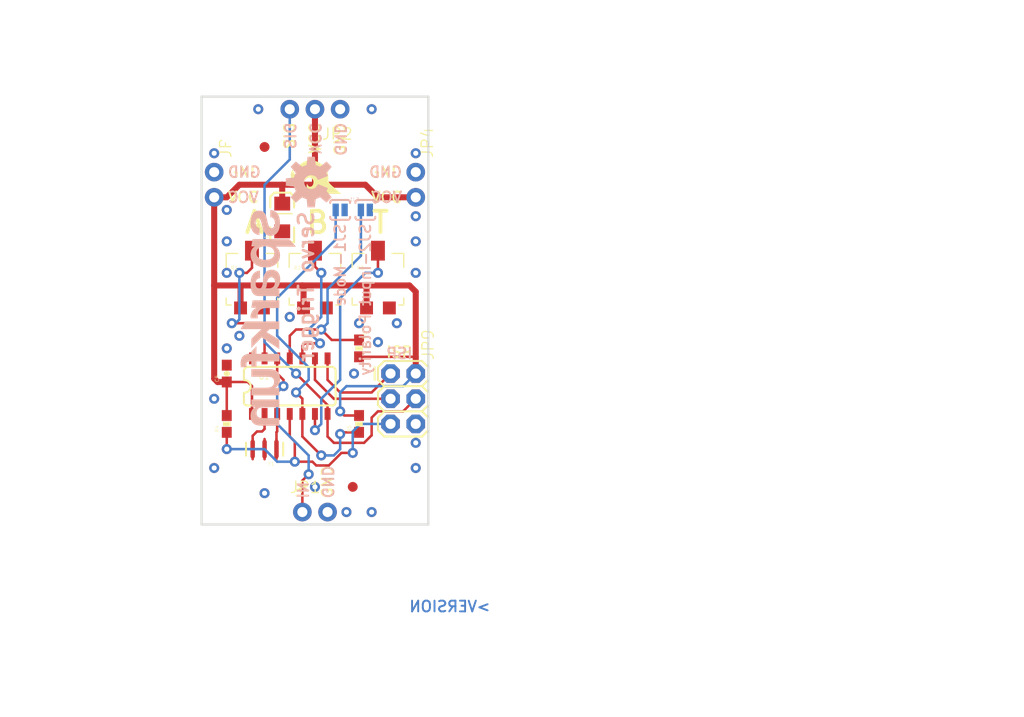
<source format=kicad_pcb>
(kicad_pcb (version 20211014) (generator pcbnew)
  (layers (0 "F.Cu" signal) (31 "B.Cu" signal) (34 "B.Paste" user) (35 "F.Paste" user) (36 "B.SilkS" user "B.Silkscreen") (37 "F.SilkS" user "F.Silkscreen") (38 "B.Mask" user) (39 "F.Mask" user) (44 "Edge.Cuts" user))
  (net 0 "")
  (net 1 "VCC")
  (net 2 "GND")
  (net 3 "MOSI/PWM")
  (net 4 "MISO")
  (net 5 "SCK")
  (net 6 "RESET")
  (net 7 "N$3")
  (net 8 "N$4")
  (net 9 "T")
  (net 10 "B")
  (net 11 "A")
  (net 12 "BTN")
  (net 13 "MODESEL")
  (net 14 "POLSEL")
  (footprint "boardEagle:SO14" (layer "F.Cu") (at 145.9611 112.6316)
    (fp_text reference "U1" (at -3.175 -0.635) (layer "F.SilkS") (effects (font (size 0.54864 0.54864) (thickness 0.06096)) (justify left bottom)))
    (fp_text value "ATTINY84")
    (pad "1" smd rect (at -3.81 2.8) (size 0.6 1.2) (layers "F.Cu" "F.Paste" "F.Mask") (net 1 "VCC"))
    (pad "2" smd rect (at -2.54 2.8) (size 0.6 1.2) (layers "F.Cu" "F.Paste" "F.Mask") (net 8 "N$4"))
    (pad "3" smd rect (at -1.27 2.8) (size 0.6 1.2) (layers "F.Cu" "F.Paste" "F.Mask") (net 7 "N$3"))
    (pad "4" smd rect (at 0 2.8) (size 0.6 1.2) (layers "F.Cu" "F.Paste" "F.Mask") (net 6 "RESET"))
    (pad "5" smd rect (at 1.27 2.8) (size 0.6 1.2) (layers "F.Cu" "F.Paste" "F.Mask") (net 13 "MODESEL"))
    (pad "6" smd rect (at 2.54 2.8) (size 0.6 1.2) (layers "F.Cu" "F.Paste" "F.Mask") (net 9 "T"))
    (pad "7" smd rect (at 3.81 2.8) (size 0.6 1.2) (layers "F.Cu" "F.Paste" "F.Mask") (net 3 "MOSI/PWM"))
    (pad "8" smd rect (at 3.81 -2.8) (size 0.6 1.2) (layers "F.Cu" "F.Paste" "F.Mask") (net 4 "MISO"))
    (pad "9" smd rect (at 2.54 -2.8) (size 0.6 1.2) (layers "F.Cu" "F.Paste" "F.Mask") (net 5 "SCK"))
    (pad "10" smd rect (at 1.27 -2.8) (size 0.6 1.2) (layers "F.Cu" "F.Paste" "F.Mask") (net 10 "B"))
    (pad "11" smd rect (at 0 -2.8) (size 0.6 1.2) (layers "F.Cu" "F.Paste" "F.Mask") (net 14 "POLSEL"))
    (pad "12" smd rect (at -1.27 -2.8) (size 0.6 1.2) (layers "F.Cu" "F.Paste" "F.Mask") (net 12 "BTN"))
    (pad "13" smd rect (at -2.54 -2.8) (size 0.6 1.2) (layers "F.Cu" "F.Paste" "F.Mask") (net 11 "A"))
    (pad "14" smd rect (at -3.81 -2.8) (size 0.6 1.2) (layers "F.Cu" "F.Paste" "F.Mask") (net 2 "GND"))
  )
  (footprint "boardEagle:1X02_NO_SILK" (layer "F.Cu") (at 158.6611 91.0416 -90)
    (fp_text reference "JP4" (at -1.3462 -1.8288 -90) (layer "F.SilkS") (effects (font (size 1.143 1.143) (thickness 0.127)) (justify left bottom)))
    (fp_text value "M021X02_NO_SILK")
    (pad "1" thru_hole circle (at 0 0) (size 1.8796 1.8796) (drill 1.016) (layers *.Cu *.Mask) (net 2 "GND"))
    (pad "2" thru_hole circle (at 2.54 0) (size 1.8796 1.8796) (drill 1.016) (layers *.Cu *.Mask) (net 1 "VCC"))
  )
  (footprint "boardEagle:1X03_NO_SILK" (layer "F.Cu") (at 151.0411 84.6916 180)
    (fp_text reference "JP2" (at -1.3462 -1.8288 180) (layer "F.SilkS") (effects (font (size 1.143 1.143) (thickness 0.127)) (justify right top)))
    (fp_text value "SERVO-OUT")
    (pad "1" thru_hole circle (at 0 0 270) (size 1.8796 1.8796) (drill 1.016) (layers *.Cu *.Mask) (net 2 "GND"))
    (pad "2" thru_hole circle (at 2.54 0 270) (size 1.8796 1.8796) (drill 1.016) (layers *.Cu *.Mask) (net 1 "VCC"))
    (pad "3" thru_hole circle (at 5.08 0 270) (size 1.8796 1.8796) (drill 1.016) (layers *.Cu *.Mask) (net 3 "MOSI/PWM"))
  )
  (footprint "boardEagle:SFE_LOGO_FLAME_.2" (layer "F.Cu") (at 151.4221 93.5816 90)
    (fp_text reference "LOGO3" hide)
    (fp_text value "SFE_LOGO_FLAME.2_INCH" hide)
  )
  (footprint "boardEagle:FIDUCIAL-1X2" (layer "F.Cu") (at 143.4211 88.5016)
    (fp_text reference "FID1" hide)
    (fp_text value "FIDUCIAL1X2" hide)
    (pad "1" smd roundrect (at 0 0) (size 1 1) (layers "F.Cu" "F.Mask") (roundrect_rratio 0.5))
  )
  (footprint "boardEagle:CREATIVE_COMMONS" (layer "F.Cu") (at 137.0711 145.6516)
    (fp_text reference "FRAME1" hide)
    (fp_text value "" hide)
    (fp_text user ">VERSION" (at 29.21 -10.16) (layer "B.Cu") (effects (font (size 1.0795 1.0795) (thickness 0.1905)) (justify left bottom mirror)))
  )
  (footprint "boardEagle:STAND-OFF" (layer "F.Cu") (at 156.7561 86.5966)
    (fp_text reference "STANDOFF4" hide)
    (fp_text value "STAND-OFF" hide)
    (pad "" np_thru_hole circle (at 0 0) (size 3.302 3.302) (drill 3.302) (layers *.Cu *.Mask))
  )
  (footprint "boardEagle:EIA3216" (layer "F.Cu") (at 145.1991 95.6136 90)
    (fp_text reference "C1" (at -2.54 -1.381 90) (layer "F.SilkS") (effects (font (size 0.373888 0.373888) (thickness 0.032512)) (justify left bottom)))
    (fp_text value "10uF")
    (pad "A" smd rect (at 1.4 0 180) (size 1.6 1.4) (layers "F.Cu" "F.Paste" "F.Mask") (net 1 "VCC"))
    (pad "C" smd rect (at -1.4 0 180) (size 1.6 1.4) (layers "F.Cu" "F.Paste" "F.Mask") (net 2 "GND"))
  )
  (footprint "boardEagle:2X3" (layer "F.Cu") (at 156.1211 111.3616 -90)
    (fp_text reference "JP9" (at -1.27 -4.445 -90) (layer "F.SilkS") (effects (font (size 1.143 1.143) (thickness 0.127)) (justify left bottom)))
    (fp_text value "")
    (pad "1" thru_hole roundrect (at 0 0 270) (size 1.8796 1.8796) (drill 1.016) (layers *.Cu *.Mask) (chamfer_ratio 0.2928932188) (chamfer top_left top_right bottom_left bottom_right) (net 4 "MISO"))
    (pad "2" thru_hole roundrect (at 0 -2.54 270) (size 1.8796 1.8796) (drill 1.016) (layers *.Cu *.Mask) (chamfer_ratio 0.2928932188) (chamfer top_left top_right bottom_left bottom_right) (net 1 "VCC"))
    (pad "3" thru_hole roundrect (at 2.54 0 270) (size 1.8796 1.8796) (drill 1.016) (layers *.Cu *.Mask) (chamfer_ratio 0.2928932188) (chamfer top_left top_right bottom_left bottom_right) (net 5 "SCK"))
    (pad "4" thru_hole roundrect (at 2.54 -2.54 270) (size 1.8796 1.8796) (drill 1.016) (layers *.Cu *.Mask) (chamfer_ratio 0.2928932188) (chamfer top_left top_right bottom_left bottom_right) (net 3 "MOSI/PWM"))
    (pad "5" thru_hole roundrect (at 5.08 0 270) (size 1.8796 1.8796) (drill 1.016) (layers *.Cu *.Mask) (chamfer_ratio 0.2928932188) (chamfer top_left top_right bottom_left bottom_right) (net 6 "RESET"))
    (pad "6" thru_hole roundrect (at 5.08 -2.54 270) (size 1.8796 1.8796) (drill 1.016) (layers *.Cu *.Mask) (chamfer_ratio 0.2928932188) (chamfer top_left top_right bottom_left bottom_right) (net 2 "GND"))
  )
  (footprint "boardEagle:0603-CAP" (layer "F.Cu") (at 139.6111 111.3616 90)
    (fp_text reference "C5" (at -0.889 -0.762 90) (layer "F.SilkS") (effects (font (size 0.373888 0.373888) (thickness 0.032512)) (justify left bottom)))
    (fp_text value "0.1uF")
    (pad "1" smd rect (at -0.85 0 90) (size 1.1 1) (layers "F.Cu" "F.Paste" "F.Mask") (net 1 "VCC"))
    (pad "2" smd rect (at 0.85 0 90) (size 1.1 1) (layers "F.Cu" "F.Paste" "F.Mask") (net 2 "GND"))
  )
  (footprint "boardEagle:FIDUCIAL-1X2" (layer "F.Cu") (at 152.3111 122.7916)
    (fp_text reference "FID2" hide)
    (fp_text value "FIDUCIAL1X2" hide)
    (pad "1" smd roundrect (at 0 0) (size 1 1) (layers "F.Cu" "F.Mask") (roundrect_rratio 0.5))
  )
  (footprint "boardEagle:STAND-OFF" (layer "F.Cu") (at 140.2461 86.5966)
    (fp_text reference "STANDOFF3" hide)
    (fp_text value "STAND-OFF" hide)
    (pad "" np_thru_hole circle (at 0 0) (size 3.302 3.302) (drill 3.302) (layers *.Cu *.Mask))
  )
  (footprint "boardEagle:0603-RES" (layer "F.Cu") (at 152.9461 116.4416 90)
    (fp_text reference "R5" (at -0.889 -0.762 90) (layer "F.SilkS") (effects (font (size 0.373888 0.373888) (thickness 0.032512)) (justify left bottom)))
    (fp_text value "10K")
    (pad "1" smd rect (at -0.85 0 90) (size 1.1 1) (layers "F.Cu" "F.Paste" "F.Mask") (net 13 "MODESEL"))
    (pad "2" smd rect (at 0.85 0 90) (size 1.1 1) (layers "F.Cu" "F.Paste" "F.Mask") (net 1 "VCC"))
  )
  (footprint "boardEagle:STAND-OFF" (layer "F.Cu") (at 140.2461 123.4266)
    (fp_text reference "STANDOFF1" hide)
    (fp_text value "STAND-OFF" hide)
    (pad "" np_thru_hole circle (at 0 0) (size 3.302 3.302) (drill 3.302) (layers *.Cu *.Mask))
  )
  (footprint "boardEagle:1X02_NO_SILK" (layer "F.Cu") (at 147.2311 125.3316)
    (fp_text reference "JP1" (at -1.3462 -1.8288) (layer "F.SilkS") (effects (font (size 1.143 1.143) (thickness 0.127)) (justify left bottom)))
    (fp_text value "M021X02_NO_SILK")
    (pad "1" thru_hole circle (at 0 0 90) (size 1.8796 1.8796) (drill 1.016) (layers *.Cu *.Mask) (net 12 "BTN"))
    (pad "2" thru_hole circle (at 2.54 0 90) (size 1.8796 1.8796) (drill 1.016) (layers *.Cu *.Mask) (net 2 "GND"))
  )
  (footprint "boardEagle:RESONATOR-SMD" (layer "F.Cu") (at 143.4211 118.9816 180)
    (fp_text reference "Y1" (at -1.016 -1.27 180) (layer "F.SilkS") (effects (font (size 0.373888 0.373888) (thickness 0.032512)) (justify right top)))
    (fp_text value "16MHZ")
    (fp_line (start 0 0) (end 0 1.016) (layer "F.Cu") (width 0.254))
    (fp_line (start 0 0) (end 0 -1.016) (layer "F.Cu") (width 0.254))
    (fp_line (start 1.2 0) (end 1.2 1.016) (layer "F.Cu") (width 0.254))
    (fp_line (start 1.2 0) (end 1.2 -1.016) (layer "F.Cu") (width 0.254))
    (fp_line (start -1.2 0) (end -1.2 -1.016) (layer "F.Cu") (width 0.254))
    (fp_line (start -1.2 1.016) (end -1.2 0) (layer "F.Cu") (width 0.254))
    (pad "1" smd roundrect (at -1.2 0 180) (size 0.45 1.905) (layers "F.Cu" "F.Paste" "F.Mask") (roundrect_rratio 0.5) (net 7 "N$3"))
    (pad "2" smd roundrect (at 0 0 180) (size 0.45 1.905) (layers "F.Cu" "F.Paste" "F.Mask") (roundrect_rratio 0.5) (net 2 "GND"))
    (pad "3" smd roundrect (at 1.2 0 180) (size 0.45 1.905) (layers "F.Cu" "F.Paste" "F.Mask") (roundrect_rratio 0.5) (net 8 "N$4"))
  )
  (footprint "boardEagle:TRIMPOT_5MM" (layer "F.Cu") (at 154.8511 102.2016)
    (fp_text reference "R3" (at -2.159 -1.27) (layer "F.SilkS") (effects (font (size 0.373888 0.373888) (thickness 0.032512)) (justify left bottom)))
    (fp_text value "10k")
    (pad "A" smd rect (at 1.15 2.54) (size 1.3 1.3) (layers "F.Cu" "F.Paste" "F.Mask") (net 2 "GND"))
    (pad "B" smd rect (at 0 -3.2385 270) (size 2 1.4016) (layers "F.Cu" "F.Paste" "F.Mask") (net 9 "T"))
    (pad "C" smd rect (at -1.15 2.54) (size 1.3 1.3) (layers "F.Cu" "F.Paste" "F.Mask") (net 1 "VCC"))
  )
  (footprint "boardEagle:0603-RES" (layer "F.Cu") (at 139.6111 116.4416 90)
    (fp_text reference "R4" (at -0.889 -0.762 90) (layer "F.SilkS") (effects (font (size 0.373888 0.373888) (thickness 0.032512)) (justify left bottom)))
    (fp_text value "10K")
    (pad "1" smd rect (at -0.85 0 90) (size 1.1 1) (layers "F.Cu" "F.Paste" "F.Mask") (net 6 "RESET"))
    (pad "2" smd rect (at 0.85 0 90) (size 1.1 1) (layers "F.Cu" "F.Paste" "F.Mask") (net 1 "VCC"))
  )
  (footprint "boardEagle:1X02_NO_SILK" (layer "F.Cu") (at 138.3411 91.0416 -90)
    (fp_text reference "JP3" (at -1.3462 -1.8288 -90) (layer "F.SilkS") (effects (font (size 1.143 1.143) (thickness 0.127)) (justify left bottom)))
    (fp_text value "M021X02_NO_SILK")
    (pad "1" thru_hole circle (at 0 0) (size 1.8796 1.8796) (drill 1.016) (layers *.Cu *.Mask) (net 2 "GND"))
    (pad "2" thru_hole circle (at 2.54 0) (size 1.8796 1.8796) (drill 1.016) (layers *.Cu *.Mask) (net 1 "VCC"))
  )
  (footprint "boardEagle:TRIMPOT_5MM" (layer "F.Cu") (at 142.1511 102.2016)
    (fp_text reference "R1" (at -2.159 -1.27) (layer "F.SilkS") (effects (font (size 0.373888 0.373888) (thickness 0.032512)) (justify left bottom)))
    (fp_text value "10k")
    (pad "A" smd rect (at 1.15 2.54) (size 1.3 1.3) (layers "F.Cu" "F.Paste" "F.Mask") (net 2 "GND"))
    (pad "B" smd rect (at 0 -3.2385 270) (size 2 1.4016) (layers "F.Cu" "F.Paste" "F.Mask") (net 11 "A"))
    (pad "C" smd rect (at -1.15 2.54) (size 1.3 1.3) (layers "F.Cu" "F.Paste" "F.Mask") (net 1 "VCC"))
  )
  (footprint "boardEagle:STAND-OFF" (layer "F.Cu") (at 156.7561 123.4266)
    (fp_text reference "STANDOFF2" hide)
    (fp_text value "STAND-OFF" hide)
    (pad "" np_thru_hole circle (at 0 0) (size 3.302 3.302) (drill 3.302) (layers *.Cu *.Mask))
  )
  (footprint "boardEagle:TRIMPOT_5MM" (layer "F.Cu") (at 148.5011 102.2016)
    (fp_text reference "R2" (at -2.159 -1.27) (layer "F.SilkS") (effects (font (size 0.373888 0.373888) (thickness 0.032512)) (justify left bottom)))
    (fp_text value "10k")
    (pad "A" smd rect (at 1.15 2.54) (size 1.3 1.3) (layers "F.Cu" "F.Paste" "F.Mask") (net 2 "GND"))
    (pad "B" smd rect (at 0 -3.2385 270) (size 2 1.4016) (layers "F.Cu" "F.Paste" "F.Mask") (net 10 "B"))
    (pad "C" smd rect (at -1.15 2.54) (size 1.3 1.3) (layers "F.Cu" "F.Paste" "F.Mask") (net 1 "VCC"))
  )
  (footprint "boardEagle:0603-RES" (layer "F.Cu") (at 152.9461 108.8216 -90)
    (fp_text reference "R6" (at -0.889 -0.762 -90) (layer "F.SilkS") (effects (font (size 0.373888 0.373888) (thickness 0.032512)) (justify left bottom)))
    (fp_text value "10K")
    (pad "1" smd rect (at -0.85 0 270) (size 1.1 1) (layers "F.Cu" "F.Paste" "F.Mask") (net 14 "POLSEL"))
    (pad "2" smd rect (at 0.85 0 270) (size 1.1 1) (layers "F.Cu" "F.Paste" "F.Mask") (net 1 "VCC"))
  )
  (footprint "boardEagle:PAD-JUMPER-2-NO_YES_SILK" (layer "B.Cu") (at 153.5811 94.8516 180)
    (fp_text reference "SJ2" (at -0.908 1.27) (layer "B.SilkS") (effects (font (size 0.373888 0.373888) (thickness 0.032512)) (justify right top mirror)))
    (fp_text value "N.O.")
    (pad "1" smd rect (at -0.45 0 180) (size 0.635 1.27) (layers "B.Cu" "B.Mask") (net 2 "GND"))
    (pad "2" smd rect (at 0.45 0 180) (size 0.635 1.27) (layers "B.Cu" "B.Mask") (net 14 "POLSEL"))
  )
  (footprint "boardEagle:SFE_LOGO_NAME_.2" (layer "B.Cu") (at 146.5961 94.8516 -90)
    (fp_text reference "LOGO2" hide)
    (fp_text value "SFE_LOGO_NAME.2_INCH" hide)
  )
  (footprint "boardEagle:PAD.03X.04" (layer "B.Cu") (at 154.8511 101.2016 180)
    (fp_text reference "TP3" hide)
    (fp_text value "TEST-POINT3X4" hide)
    (pad "P$1" smd roundrect (at 0 0 180) (size 1.016 1.016) (layers "B.Cu" "B.Mask") (roundrect_rratio 0.5) (net 9 "T"))
  )
  (footprint "boardEagle:PAD.03X.04" (layer "B.Cu") (at 140.8811 101.2016 180)
    (fp_text reference "TP1" hide)
    (fp_text value "TEST-POINT3X4" hide)
    (pad "P$1" smd roundrect (at 0 0 180) (size 1.016 1.016) (layers "B.Cu" "B.Mask") (roundrect_rratio 0.5) (net 11 "A"))
  )
  (footprint "boardEagle:PAD-JUMPER-2-NO_YES_SILK" (layer "B.Cu") (at 151.0411 94.8516 180)
    (fp_text reference "SJ1" (at -0.908 1.27) (layer "B.SilkS") (effects (font (size 0.373888 0.373888) (thickness 0.032512)) (justify right top mirror)))
    (fp_text value "N.O.")
    (pad "1" smd rect (at -0.45 0 180) (size 0.635 1.27) (layers "B.Cu" "B.Mask") (net 2 "GND"))
    (pad "2" smd rect (at 0.45 0 180) (size 0.635 1.27) (layers "B.Cu" "B.Mask") (net 13 "MODESEL"))
  )
  (footprint "boardEagle:OSHW-LOGO-M" (layer "B.Cu") (at 148.1201 92.0416 -90)
    (fp_text reference "LOGO1" hide)
    (fp_text value "OSHW-LOGOM" hide)
  )
  (footprint "boardEagle:PAD.03X.04" (layer "B.Cu") (at 149.1361 101.2016 180)
    (fp_text reference "TP2" hide)
    (fp_text value "TEST-POINT3X4" hide)
    (pad "P$1" smd roundrect (at 0 0 180) (size 1.016 1.016) (layers "B.Cu" "B.Mask") (roundrect_rratio 0.5) (net 10 "B"))
  )
  (gr_line (start 137.0711 83.4216) (end 137.0711 126.5856) (layer "Edge.Cuts") (width 0.2032))
  (gr_line (start 159.9311 83.4216) (end 137.0711 83.4216) (layer "Edge.Cuts") (width 0.2032))
  (gr_line (start 137.0711 126.5856) (end 159.9311 126.5856) (layer "Edge.Cuts") (width 0.2032))
  (gr_line (start 159.9311 126.5856) (end 159.9311 83.4216) (layer "Edge.Cuts") (width 0.2032))
  (gr_text "SJ2-Input Polarity" (at 153.5811 96.1216 -270) (layer "B.SilkS") (effects (font (size 1.0795 1.0795) (thickness 0.1905)) (justify left mirror)))
  (gr_text "GND" (at 139.6111 91.0416) (layer "B.SilkS") (effects (font (size 1.0795 1.0795) (thickness 0.1905)) (justify right mirror)))
  (gr_text "SIG" (at 145.9611 85.9616 -90) (layer "B.SilkS") (effects (font (size 1.0795 1.0795) (thickness 0.1905)) (justify right mirror)))
  (gr_text "SJ1-Mode" (at 151.0411 96.1216 -270) (layer "B.SilkS") (effects (font (size 1.0795 1.0795) (thickness 0.1905)) (justify left mirror)))
  (gr_text "VCC" (at 139.6111 93.5816) (layer "B.SilkS") (effects (font (size 1.0795 1.0795) (thickness 0.1905)) (justify right mirror)))
  (gr_text "GND" (at 151.0411 85.9616 -90) (layer "B.SilkS") (effects (font (size 1.0795 1.0795) (thickness 0.1905)) (justify right mirror)))
  (gr_text "ISP" (at 157.0101 109.9646) (layer "B.SilkS") (effects (font (size 1.0795 1.0795) (thickness 0.1905)) (justify bottom mirror)))
  (gr_text "VCC" (at 157.3911 93.5816) (layer "B.SilkS") (effects (font (size 1.0795 1.0795) (thickness 0.1905)) (justify left mirror)))
  (gr_text "Servo Trigger" (at 148.5011 94.8516 -270) (layer "B.SilkS") (effects (font (size 1.5113 1.5113) (thickness 0.2667)) (justify left bottom mirror)))
  (gr_text "IN" (at 147.2311 124.0616 -90) (layer "B.SilkS") (effects (font (size 1.0795 1.0795) (thickness 0.1905)) (justify left mirror)))
  (gr_text "GND" (at 149.7711 124.0616 -90) (layer "B.SilkS") (effects (font (size 1.0795 1.0795) (thickness 0.1905)) (justify left mirror)))
  (gr_text "VCC" (at 148.5011 85.9616 -90) (layer "B.SilkS") (effects (font (size 1.0795 1.0795) (thickness 0.1905)) (justify right mirror)))
  (gr_text "GND" (at 157.3911 91.0416) (layer "B.SilkS") (effects (font (size 1.0795 1.0795) (thickness 0.1905)) (justify left mirror)))
  (gr_text "VCC" (at 139.6111 93.5816) (layer "F.SilkS") (effects (font (size 1.0795 1.0795) (thickness 0.1905)) (justify left)))
  (gr_text "A" (at 142.4051 97.3756) (layer "F.SilkS") (effects (font (size 2.159 2.159) (thickness 0.381)) (justify bottom)))
  (gr_text "B" (at 148.7551 97.3756) (layer "F.SilkS") (effects (font (size 2.159 2.159) (thickness 0.381)) (justify bottom)))
  (gr_text "GND" (at 149.7711 124.0616 90) (layer "F.SilkS") (effects (font (size 1.0795 1.0795) (thickness 0.1905)) (justify left)))
  (gr_text "SIG" (at 145.9611 85.9616 90) (layer "F.SilkS") (effects (font (size 1.0795 1.0795) (thickness 0.1905)) (justify right)))
  (gr_text "GND" (at 139.6111 91.0416) (layer "F.SilkS") (effects (font (size 1.0795 1.0795) (thickness 0.1905)) (justify left)))
  (gr_text "VCC" (at 148.5011 85.9616 90) (layer "F.SilkS") (effects (font (size 1.0795 1.0795) (thickness 0.1905)) (justify right)))
  (gr_text "IN" (at 147.2311 124.0616 90) (layer "F.SilkS") (effects (font (size 1.0795 1.0795) (thickness 0.1905)) (justify left)))
  (gr_text "VCC" (at 157.3911 93.5816) (layer "F.SilkS") (effects (font (size 1.0795 1.0795) (thickness 0.1905)) (justify right)))
  (gr_text "GND" (at 151.0411 85.9616 90) (layer "F.SilkS") (effects (font (size 1.0795 1.0795) (thickness 0.1905)) (justify right)))
  (gr_text "T" (at 155.1051 97.3756) (layer "F.SilkS") (effects (font (size 2.159 2.159) (thickness 0.381)) (justify bottom)))
  (gr_text "GND" (at 157.3911 91.0416) (layer "F.SilkS") (effects (font (size 1.0795 1.0795) (thickness 0.1905)) (justify right)))
  (gr_text "ISP" (at 157.0101 109.8376) (layer "F.SilkS") (effects (font (size 1.0795 1.0795) (thickness 0.1905)) (justify bottom)))
  (segment (start 139.6111 93.5816) (end 138.3411 93.5816) (width 0.6096) (layer "F.Cu") (net 1))
  (segment (start 140.8811 102.4716) (end 147.2311 102.4716) (width 0.6096) (layer "F.Cu") (net 1))
  (segment (start 158.6221 109.6716) (end 158.6611 109.7106) (width 0.254) (layer "F.Cu") (net 1))
  (segment (start 142.1511 115.4316) (end 142.1511 112.6316) (width 0.254) (layer "F.Cu") (net 1))
  (segment (start 152.9461 109.6716) (end 158.6221 109.6716) (width 0.254) (layer "F.Cu") (net 1))
  (segment (start 139.6111 112.2116) (end 141.7311 112.2116) (width 0.254) (layer "F.Cu") (net 1))
  (segment (start 138.3411 93.5816) (end 138.3411 102.4716) (width 0.6096) (layer "F.Cu") (net 1))
  (segment (start 153.7011 102.5916) (end 153.5811 102.4716) (width 0.6096) (layer "F.Cu") (net 1))
  (segment (start 153.7011 104.7416) (end 153.7011 102.5916) (width 0.6096) (layer "F.Cu") (net 1))
  (segment (start 153.5811 92.3116) (end 148.5011 92.3116) (width 0.6096) (layer "F.Cu") (net 1))
  (segment (start 138.3411 102.4716) (end 138.3411 111.8696) (width 0.6096) (layer "F.Cu") (net 1))
  (segment (start 141.0011 102.5916) (end 140.8811 102.4716) (width 0.6096) (layer "F.Cu") (net 1))
  (segment (start 148.5011 84.6916) (end 148.5011 92.3116) (width 0.6096) (layer "F.Cu") (net 1))
  (segment (start 158.6611 93.5816) (end 154.8511 93.5816) (width 0.6096) (layer "F.Cu") (net 1))
  (segment (start 152.9461 115.5916) (end 151.4611 115.5916) (width 0.254) (layer "F.Cu") (net 1))
  (segment (start 158.0261 102.4716) (end 153.5811 102.4716) (width 0.6096) (layer "F.Cu") (net 1))
  (segment (start 158.6611 103.1066) (end 158.0261 102.4716) (width 0.6096) (layer "F.Cu") (net 1))
  (segment (start 153.5811 102.4716) (end 147.2311 102.4716) (width 0.6096) (layer "F.Cu") (net 1))
  (segment (start 147.3511 104.7416) (end 147.3511 102.5916) (width 0.6096) (layer "F.Cu") (net 1))
  (segment (start 138.6831 112.2116) (end 138.3411 111.8696) (width 0.6096) (layer "F.Cu") (net 1))
  (segment (start 139.6111 112.2116) (end 139.6111 115.5916) (width 0.254) (layer "F.Cu") (net 1))
  (segment (start 145.1991 92.3116) (end 140.8811 92.3116) (width 0.6096) (layer "F.Cu") (net 1))
  (segment (start 148.5011 92.3116) (end 145.1991 92.3116) (width 0.6096) (layer "F.Cu") (net 1))
  (segment (start 158.6611 109.7106) (end 158.6611 103.1066) (width 0.6096) (layer "F.Cu") (net 1))
  (segment (start 147.3511 102.5916) (end 147.2311 102.4716) (width 0.6096) (layer "F.Cu") (net 1))
  (segment (start 145.1991 94.2136) (end 145.1991 92.3116) (width 0.6096) (layer "F.Cu") (net 1))
  (segment (start 154.8511 93.5816) (end 153.5811 92.3116) (width 0.6096) (layer "F.Cu") (net 1))
  (segment (start 151.4611 115.5916) (end 151.0411 115.1716) (width 0.254) (layer "F.Cu") (net 1))
  (segment (start 141.0011 104.7416) (end 141.0011 102.5916) (width 0.6096) (layer "F.Cu") (net 1))
  (segment (start 139.6111 112.2116) (end 138.6831 112.2116) (width 0.6096) (layer "F.Cu") (net 1))
  (segment (start 138.3411 102.4716) (end 140.8811 102.4716) (width 0.6096) (layer "F.Cu") (net 1))
  (segment (start 141.7311 112.2116) (end 142.1511 112.6316) (width 0.254) (layer "F.Cu") (net 1))
  (segment (start 140.8811 92.3116) (end 139.6111 93.5816) (width 0.6096) (layer "F.Cu") (net 1))
  (segment (start 158.6611 111.3616) (end 158.6611 109.7106) (width 0.6096) (layer "F.Cu") (net 1))
  (via (at 151.0411 115.1716) (size 1.016) (drill 0.508) (layers "F.Cu" "B.Cu") (net 1))
  (segment (start 157.3911 112.6316) (end 158.6611 111.3616) (width 0.254) (layer "B.Cu") (net 1))
  (segment (start 151.0411 115.1716) (end 151.0411 113.2666) (width 0.254) (layer "B.Cu") (net 1))
  (segment (start 151.6761 112.6316) (end 157.3911 112.6316) (width 0.254) (layer "B.Cu") (net 1))
  (segment (start 151.0411 113.2666) (end 151.6761 112.6316) (width 0.254) (layer "B.Cu") (net 1))
  (via (at 139.6111 101.2016) (size 1.016) (drill 0.508) (layers "F.Cu" "B.Cu") (net 2))
  (via (at 158.6611 101.2016) (size 1.016) (drill 0.508) (layers "F.Cu" "B.Cu") (net 2))
  (via (at 154.2161 125.3316) (size 1.016) (drill 0.508) (layers "F.Cu" "B.Cu") (net 2))
  (via (at 156.7561 106.2816) (size 1.016) (drill 0.508) (layers "F.Cu" "B.Cu") (net 2))
  (via (at 145.9611 105.6466) (size 1.016) (drill 0.508) (layers "F.Cu" "B.Cu") (net 2))
  (via (at 138.3411 89.1366) (size 1.016) (drill 0.508) (layers "F.Cu" "B.Cu") (net 2))
  (via (at 139.6111 94.8516) (size 1.016) (drill 0.508) (layers "F.Cu" "B.Cu") (net 2))
  (via (at 158.6611 95.4866) (size 1.016) (drill 0.508) (layers "F.Cu" "B.Cu") (net 2))
  (via (at 148.5011 122.7916) (size 1.016) (drill 0.508) (layers "F.Cu" "B.Cu") (net 2))
  (via (at 138.3411 120.8866) (size 1.016) (drill 0.508) (layers "F.Cu" "B.Cu") (net 2))
  (via (at 152.4381 111.3616) (size 1.016) (drill 0.508) (layers "F.Cu" "B.Cu") (net 2))
  (via (at 138.3411 113.9016) (size 1.016) (drill 0.508) (layers "F.Cu" "B.Cu") (net 2))
  (via (at 152.9461 106.2816) (size 1.016) (drill 0.508) (layers "F.Cu" "B.Cu") (net 2))
  (via (at 143.4211 123.4266) (size 1.016) (drill 0.508) (layers "F.Cu" "B.Cu") (net 2))
  (via (at 158.6611 118.3466) (size 1.016) (drill 0.508) (layers "F.Cu" "B.Cu") (net 2))
  (via (at 154.8511 108.1866) (size 1.016) (drill 0.508) (layers "F.Cu" "B.Cu") (net 2))
  (via (at 142.7861 84.6916) (size 1.016) (drill 0.508) (layers "F.Cu" "B.Cu") (net 2))
  (via (at 158.6611 98.0266) (size 1.016) (drill 0.508) (layers "F.Cu" "B.Cu") (net 2))
  (via (at 140.8811 107.5516) (size 1.016) (drill 0.508) (layers "F.Cu" "B.Cu") (net 2))
  (via (at 139.6111 108.8216) (size 1.016) (drill 0.508) (layers "F.Cu" "B.Cu") (net 2))
  (via (at 139.6111 98.0266) (size 1.016) (drill 0.508) (layers "F.Cu" "B.Cu") (net 2))
  (via (at 158.6611 120.8866) (size 1.016) (drill 0.508) (layers "F.Cu" "B.Cu") (net 2))
  (via (at 158.6611 89.1366) (size 1.016) (drill 0.508) (layers "F.Cu" "B.Cu") (net 2))
  (via (at 154.2161 84.6916) (size 1.016) (drill 0.508) (layers "F.Cu" "B.Cu") (net 2))
  (via (at 151.6761 125.3316) (size 1.016) (drill 0.508) (layers "F.Cu" "B.Cu") (net 2))
  (segment (start 158.6611 113.9016) (end 157.3911 115.1716) (width 0.254) (layer "F.Cu") (net 3))
  (segment (start 153.4541 118.3466) (end 150.4061 118.3466) (width 0.254) (layer "F.Cu") (net 3))
  (segment (start 154.2161 115.8066) (end 154.2161 117.5846) (width 0.254) (layer "F.Cu") (net 3))
  (segment (start 146.5961 111.3616) (end 149.7711 114.5366) (width 0.254) (layer "F.Cu") (net 3))
  (segment (start 149.7711 114.5366) (end 149.7711 115.4316) (width 0.254) (layer "F.Cu") (net 3))
  (segment (start 154.2161 117.5846) (end 153.4541 118.3466) (width 0.254) (layer "F.Cu") (net 3))
  (segment (start 149.7711 117.7116) (end 149.7711 115.4316) (width 0.254) (layer "F.Cu") (net 3))
  (segment (start 157.3911 115.1716) (end 154.8511 115.1716) (width 0.254) (layer "F.Cu") (net 3))
  (segment (start 150.4061 118.3466) (end 149.7711 117.7116) (width 0.254) (layer "F.Cu") (net 3))
  (segment (start 154.8511 115.1716) (end 154.2161 115.8066) (width 0.254) (layer "F.Cu") (net 3))
  (via (at 146.5961 111.3616) (size 1.016) (drill 0.508) (layers "F.Cu" "B.Cu") (net 3))
  (segment (start 143.4211 92.3116) (end 143.4211 108.1866) (width 0.254) (layer "B.Cu") (net 3))
  (segment (start 145.9611 89.7716) (end 143.4211 92.3116) (width 0.254) (layer "B.Cu") (net 3))
  (segment (start 145.9611 84.6916) (end 145.9611 89.7716) (width 0.254) (layer "B.Cu") (net 3))
  (segment (start 143.4211 108.1866) (end 146.5961 111.3616) (width 0.254) (layer "B.Cu") (net 3))
  (segment (start 154.2161 113.2666) (end 151.0411 113.2666) (width 0.254) (layer "F.Cu") (net 4))
  (segment (start 156.1211 111.3616) (end 154.2161 113.2666) (width 0.254) (layer "F.Cu") (net 4))
  (segment (start 151.0411 113.2666) (end 149.7711 111.9966) (width 0.254) (layer "F.Cu") (net 4))
  (segment (start 149.7711 111.9966) (end 149.7711 109.8316) (width 0.254) (layer "F.Cu") (net 4))
  (segment (start 148.5011 109.8316) (end 148.5011 111.9966) (width 0.254) (layer "F.Cu") (net 5))
  (segment (start 156.1211 113.9016) (end 150.4061 113.9016) (width 0.254) (layer "F.Cu") (net 5))
  (segment (start 150.4061 113.9016) (end 148.5011 111.9966) (width 0.254) (layer "F.Cu") (net 5))
  (segment (start 139.6111 117.2916) (end 139.6111 118.9816) (width 0.254) (layer "F.Cu") (net 6))
  (segment (start 148.6281 120.6326) (end 148.2471 120.2516) (width 0.254) (layer "F.Cu") (net 6))
  (segment (start 148.2471 120.2516) (end 146.4691 120.2516) (width 0.254) (layer "F.Cu") (net 6))
  (segment (start 145.9611 117.7116) (end 145.9611 115.4316) (width 0.254) (layer "F.Cu") (net 6))
  (segment (start 146.4691 120.2516) (end 146.4691 118.2196) (width 0.254) (layer "F.Cu") (net 6))
  (segment (start 152.3111 119.3626) (end 151.1681 119.3626) (width 0.254) (layer "F.Cu") (net 6))
  (segment (start 146.4691 118.2196) (end 145.9611 117.7116) (width 0.254) (layer "F.Cu") (net 6))
  (segment (start 151.1681 119.3626) (end 149.8981 120.6326) (width 0.254) (layer "F.Cu") (net 6))
  (segment (start 149.8981 120.6326) (end 148.6281 120.6326) (width 0.254) (layer "F.Cu") (net 6))
  (via (at 139.6111 118.9816) (size 1.016) (drill 0.508) (layers "F.Cu" "B.Cu") (net 6))
  (via (at 152.3111 119.3626) (size 1.016) (drill 0.508) (layers "F.Cu" "B.Cu") (net 6))
  (via (at 146.4691 120.2516) (size 1.016) (drill 0.508) (layers "F.Cu" "B.Cu") (net 6))
  (segment (start 143.4211 118.9816) (end 144.6911 120.2516) (width 0.254) (layer "B.Cu") (net 6))
  (segment (start 139.6111 118.9816) (end 143.4211 118.9816) (width 0.254) (layer "B.Cu") (net 6))
  (segment (start 152.3111 117.2036) (end 152.3111 119.3626) (width 0.254) (layer "B.Cu") (net 6))
  (segment (start 156.1211 116.4416) (end 153.0731 116.4416) (width 0.254) (layer "B.Cu") (net 6))
  (segment (start 153.0731 116.4416) (end 152.3111 117.2036) (width 0.254) (layer "B.Cu") (net 6))
  (segment (start 144.6911 120.2516) (end 146.4691 120.2516) (width 0.254) (layer "B.Cu") (net 6))
  (segment (start 144.6911 115.4316) (end 144.6911 117.2036) (width 0.254) (layer "F.Cu") (net 7))
  (segment (start 144.6211 117.9656) (end 144.6211 117.2736) (width 0.254) (layer "F.Cu") (net 7))
  (segment (start 144.6211 117.2736) (end 144.6911 117.2036) (width 0.254) (layer "F.Cu") (net 7))
  (segment (start 143.1671 117.2036) (end 143.4211 116.9496) (width 0.254) (layer "F.Cu") (net 8))
  (segment (start 142.2211 117.6416) (end 142.6591 117.2036) (width 0.254) (layer "F.Cu") (net 8))
  (segment (start 142.2211 117.9656) (end 142.2211 117.6416) (width 0.254) (layer "F.Cu") (net 8))
  (segment (start 142.6591 117.2036) (end 143.1671 117.2036) (width 0.254) (layer "F.Cu") (net 8))
  (segment (start 143.4211 116.9496) (end 143.4211 115.4316) (width 0.254) (layer "F.Cu") (net 8))
  (segment (start 154.8511 98.9631) (end 154.8511 101.2016) (width 0.254) (layer "F.Cu") (net 9))
  (segment (start 148.5011 115.4316) (end 148.5011 117.0766) (width 0.254) (layer "F.Cu") (net 9))
  (via (at 154.8511 101.2016) (size 1.016) (drill 0.508) (layers "F.Cu" "B.Cu") (net 9))
  (via (at 148.5011 117.0766) (size 1.016) (drill 0.508) (layers "F.Cu" "B.Cu") (net 9))
  (segment (start 151.0411 111.9966) (end 149.1361 113.9016) (width 0.254) (layer "B.Cu") (net 9))
  (segment (start 148.5011 117.0766) (end 149.1361 116.4416) (width 0.254) (layer "B.Cu") (net 9))
  (segment (start 153.5811 101.2016) (end 151.0411 103.7416) (width 0.254) (layer "B.Cu") (net 9))
  (segment (start 151.0411 103.7416) (end 151.0411 111.9966) (width 0.254) (layer "B.Cu") (net 9))
  (segment (start 149.1361 113.9016) (end 149.1361 116.4416) (width 0.254) (layer "B.Cu") (net 9))
  (segment (start 154.8511 101.2016) (end 153.5811 101.2016) (width 0.254) (layer "B.Cu") (net 9))
  (segment (start 147.2311 109.8316) (end 147.2311 108.5676) (width 0.254) (layer "F.Cu") (net 10))
  (segment (start 147.4851 108.3136) (end 149.0091 108.3136) (width 0.254) (layer "F.Cu") (net 10))
  (segment (start 148.5011 98.9631) (end 148.5011 100.5666) (width 0.254) (layer "F.Cu") (net 10))
  (segment (start 147.2311 108.5676) (end 147.4851 108.3136) (width 0.254) (layer "F.Cu") (net 10))
  (segment (start 148.5011 100.5666) (end 149.1361 101.2016) (width 0.254) (layer "F.Cu") (net 10))
  (via (at 149.1361 101.2016) (size 1.016) (drill 0.508) (layers "F.Cu" "B.Cu") (net 10))
  (via (at 149.0091 108.3136) (size 1.016) (drill 0.508) (layers "F.Cu" "B.Cu") (net 10))
  (segment (start 147.9931 106.7896) (end 147.9931 107.2976) (width 0.254) (layer "B.Cu") (net 10))
  (segment (start 149.1361 105.6466) (end 147.9931 106.7896) (width 0.254) (layer "B.Cu") (net 10))
  (segment (start 147.9931 107.2976) (end 149.0091 108.3136) (width 0.254) (layer "B.Cu") (net 10))
  (segment (start 149.1361 101.2016) (end 149.1361 105.6466) (width 0.254) (layer "B.Cu") (net 10))
  (segment (start 142.9131 106.2816) (end 143.4211 106.7896) (width 0.254) (layer "F.Cu") (net 11))
  (segment (start 142.1511 100.6936) (end 141.6431 101.2016) (width 0.254) (layer "F.Cu") (net 11))
  (segment (start 142.1511 98.9631) (end 142.1511 100.6936) (width 0.254) (layer "F.Cu") (net 11))
  (segment (start 141.6431 101.2016) (end 140.8811 101.2016) (width 0.254) (layer "F.Cu") (net 11))
  (segment (start 140.1191 106.2816) (end 142.9131 106.2816) (width 0.254) (layer "F.Cu") (net 11))
  (segment (start 143.4211 106.7896) (end 143.4211 109.8316) (width 0.254) (layer "F.Cu") (net 11))
  (via (at 140.8811 101.2016) (size 1.016) (drill 0.508) (layers "F.Cu" "B.Cu") (net 11))
  (via (at 140.1191 106.2816) (size 1.016) (drill 0.508) (layers "F.Cu" "B.Cu") (net 11))
  (segment (start 140.8811 105.9006) (end 140.5001 106.2816) (width 0.254) (layer "B.Cu") (net 11))
  (segment (start 140.8811 105.9006) (end 140.8811 101.2016) (width 0.254) (layer "B.Cu") (net 11))
  (segment (start 140.5001 106.2816) (end 140.1191 106.2816) (width 0.254) (layer "B.Cu") (net 11))
  (segment (start 145.3261 112.6316) (end 145.3261 111.9966) (width 0.254) (layer "F.Cu") (net 12))
  (segment (start 147.2311 125.3316) (end 147.2311 122.1566) (width 0.254) (layer "F.Cu") (net 12))
  (segment (start 147.2311 122.1566) (end 147.8661 121.5216) (width 0.254) (layer "F.Cu") (net 12))
  (segment (start 144.6911 111.3616) (end 144.6911 109.8316) (width 0.254) (layer "F.Cu") (net 12))
  (segment (start 145.3261 111.9966) (end 144.6911 111.3616) (width 0.254) (layer "F.Cu") (net 12))
  (via (at 145.3261 112.6316) (size 1.016) (drill 0.508) (layers "F.Cu" "B.Cu") (net 12))
  (via (at 147.8661 121.5216) (size 1.016) (drill 0.508) (layers "F.Cu" "B.Cu") (net 12))
  (segment (start 144.6911 113.2666) (end 145.3261 112.6316) (width 0.254) (layer "B.Cu") (net 12))
  (segment (start 147.8661 119.6166) (end 144.6911 116.4416) (width 0.254) (layer "B.Cu") (net 12))
  (segment (start 147.8661 121.5216) (end 147.8661 119.6166) (width 0.254) (layer "B.Cu") (net 12))
  (segment (start 144.6911 116.4416) (end 144.6911 113.2666) (width 0.254) (layer "B.Cu") (net 12))
  (segment (start 147.2311 113.9016) (end 146.5961 113.2666) (width 0.254) (layer "F.Cu") (net 13))
  (segment (start 151.2071 117.2916) (end 151.0411 117.4576) (width 0.254) (layer "F.Cu") (net 13))
  (segment (start 152.9461 117.2916) (end 151.2071 117.2916) (width 0.254) (layer "F.Cu") (net 13))
  (segment (start 147.2311 117.7116) (end 147.2311 115.4316) (width 0.254) (layer "F.Cu") (net 13))
  (segment (start 149.1361 119.6166) (end 147.2311 117.7116) (width 0.254) (layer "F.Cu") (net 13))
  (segment (start 147.2311 115.4316) (end 147.2311 113.9016) (width 0.254) (layer "F.Cu") (net 13))
  (via (at 149.1361 119.6166) (size 1.016) (drill 0.508) (layers "F.Cu" "B.Cu") (net 13))
  (via (at 151.0411 117.4576) (size 1.016) (drill 0.508) (layers "F.Cu" "B.Cu") (net 13))
  (via (at 146.5961 113.2666) (size 1.016) (drill 0.508) (layers "F.Cu" "B.Cu") (net 13))
  (segment (start 150.5911 94.8516) (end 150.5911 97.8416) (width 0.254) (layer "B.Cu") (net 13))
  (segment (start 144.6911 103.7416) (end 150.5911 97.8416) (width 0.254) (layer "B.Cu") (net 13))
  (segment (start 146.5961 113.2666) (end 147.8661 111.9966) (width 0.254) (layer "B.Cu") (net 13))
  (segment (start 147.8661 110.7266) (end 144.6911 107.5516) (width 0.254) (layer "B.Cu") (net 13))
  (segment (start 147.8661 111.9966) (end 147.8661 110.7266) (width 0.254) (layer "B.Cu") (net 13))
  (segment (start 150.4061 119.6166) (end 151.0411 118.9816) (width 0.254) (layer "B.Cu") (net 13))
  (segment (start 144.6911 107.5516) (end 144.6911 103.7416) (width 0.254) (layer "B.Cu") (net 13))
  (segment (start 149.1361 119.6166) (end 150.4061 119.6166) (width 0.254) (layer "B.Cu") (net 13))
  (segment (start 151.0411 117.4576) (end 151.0411 118.9816) (width 0.254) (layer "B.Cu") (net 13))
  (segment (start 149.1361 106.9166) (end 146.5961 106.9166) (width 0.254) (layer "F.Cu") (net 14))
  (segment (start 146.5961 106.9166) (end 145.9611 107.5516) (width 0.254) (layer "F.Cu") (net 14))
  (segment (start 152.9461 107.9716) (end 150.1911 107.9716) (width 0.254) (layer "F.Cu") (net 14))
  (segment (start 145.9611 107.5516) (end 145.9611 109.8316) (width 0.254) (layer "F.Cu") (net 14))
  (segment (start 149.1361 106.9166) (end 150.1911 107.9716) (width 0.254) (layer "F.Cu") (net 14))
  (via (at 149.1361 106.9166) (size 1.016) (drill 0.508) (layers "F.Cu" "B.Cu") (net 14))
  (segment (start 149.7711 102.8416) (end 153.1311 99.4816) (width 0.254) (layer "B.Cu") (net 14))
  (segment (start 153.1311 94.8516) (end 153.1311 99.4816) (width 0.254) (layer "B.Cu") (net 14))
  (segment (start 149.7711 106.2816) (end 149.1361 106.9166) (width 0.254) (layer "B.Cu") (net 14))
  (segment (start 149.7711 106.2816) (end 149.7711 102.8416) (width 0.254) (layer "B.Cu") (net 14))
)
</source>
